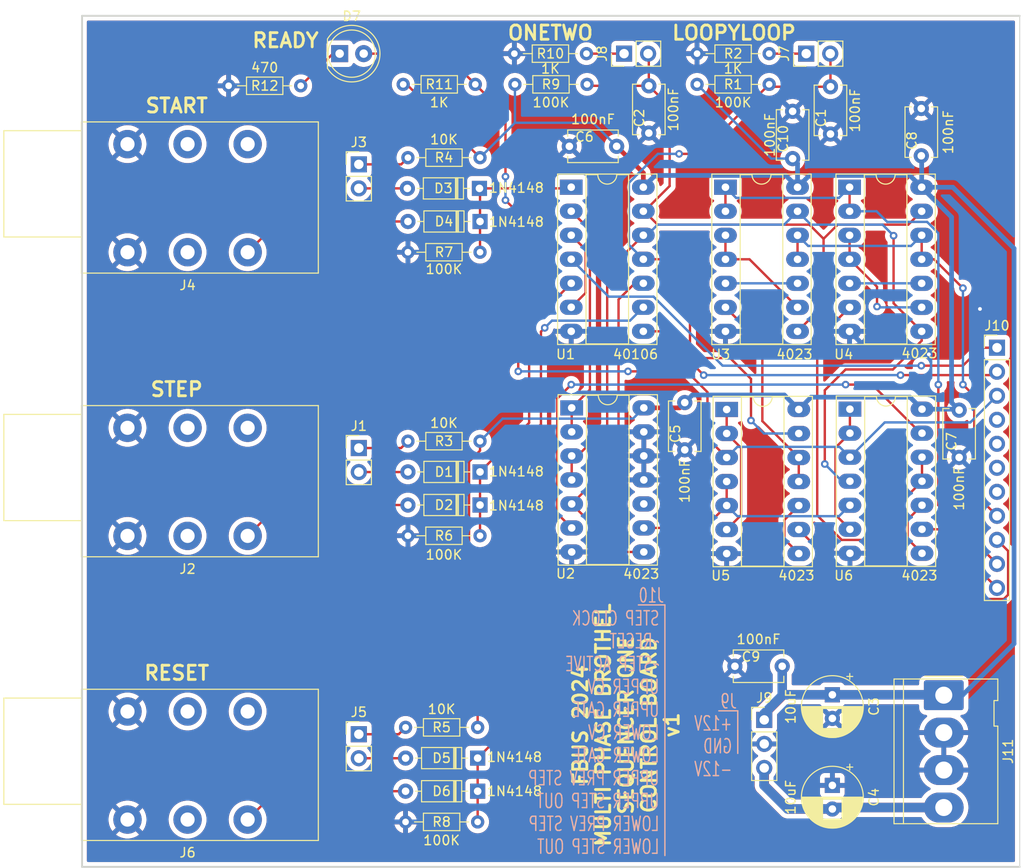
<source format=kicad_pcb>
(kicad_pcb (version 20211014) (generator pcbnew)
  (title_block (title "Sequence One - Control Board") (date "2024-01-18") (rev "v1") (company "Multi Phase Brothel"))
  (layers (0 "F.Cu" signal) (31 "B.Cu" signal) (34 "B.Paste" user) (35 "F.Paste" user) (36 "B.SilkS" user "B.Silkscreen") (37 "F.SilkS" user "F.Silkscreen") (38 "B.Mask" user) (39 "F.Mask" user) (44 "Edge.Cuts" user))
  (net 0 "")
  (net 1 "/LOOPYLOOP")
  (net 2 "GND")
  (net 3 "/ONETWO")
  (net 4 "+12V")
  (net 5 "-12V")
  (net 6 "Net-(D1-Pad1)")
  (net 7 "Net-(D1-Pad2)")
  (net 8 "Net-(D2-Pad2)")
  (net 9 "/START")
  (net 10 "Net-(D3-Pad2)")
  (net 11 "Net-(D4-Pad2)")
  (net 12 "/RESET")
  (net 13 "Net-(D5-Pad2)")
  (net 14 "Net-(D6-Pad2)")
  (net 15 "Net-(J1-Pad1)")
  (net 16 "Net-(J3-Pad1)")
  (net 17 "Net-(J5-Pad1)")
  (net 18 "Net-(J7-Pad1)")
  (net 19 "Net-(J8-Pad1)")
  (net 20 "STEP_CLK")
  (net 21 "~RESET")
  (net 22 "~STEP_ACTIVE")
  (net 23 "CV_U")
  (net 24 "GATE_U")
  (net 25 "CV_L")
  (net 26 "GATE_L")
  (net 27 "UPPER_PREV_STEP")
  (net 28 "UPPER_STEP_OUT")
  (net 29 "LOWER_PREV_STEP")
  (net 30 "LOWER_STEP_OUT")
  (net 31 "Net-(U1-Pad3)")
  (net 32 "/~START")
  (net 33 "/~LOOPYLOOP")
  (net 34 "/~ONETWO")
  (net 35 "/TOP2BOTTOM")
  (net 36 "/ATRIG")
  (net 38 "/PICKTOP")
  (net 39 "/PICKBOTTOM")
  (net 40 "Net-(U5-Pad1)")
  (net 41 "Net-(U5-Pad10)")
  (net 42 "Net-(U6-Pad1)")
  (net 43 "Net-(U6-Pad10)")
  (net 44 "Net-(U3-Pad3)")
  (net 45 "Net-(U3-Pad10)")
  (net 46 "Net-(U4-Pad3)")
  (net 47 "Net-(U4-Pad10)")
  (net 48 "Net-(D7-Pad1)")
  (footprint "Connector_PinHeader_2.54mm:PinHeader_1x11_P2.54mm_Vertical" (layer "F.Cu") (at 154.2 60.1)
    (fp_text reference "J10")
    (fp_text value "Signals")
  )
  (footprint "Connector_PinHeader_2.54mm:PinHeader_1x02_P2.54mm_Vertical" (layer "F.Cu") (at 86.75 100.975)
    (fp_text reference "J5")
    (fp_text value "Reset Button")
  )
  (footprint "Resistor_THT:R_Axial_DIN0204_L3.6mm_D1.6mm_P7.62mm_Horizontal" (layer "F.Cu") (at 80.61 32.4 180)
    (fp_text reference "R12")
    (fp_text value "470")
  )
  (footprint "Diode_THT:D_DO-35_SOD27_P7.62mm_Horizontal" (layer "F.Cu") (at 99.5 43.25 180)
    (fp_text reference "D3")
    (fp_text value "1N4148")
  )
  (footprint "Resistor_THT:R_Axial_DIN0204_L3.6mm_D1.6mm_P7.62mm_Horizontal" (layer "F.Cu") (at 99.56 69.985 180)
    (fp_text reference "R3")
    (fp_text value "10K")
  )
  (footprint "Resistor_THT:R_Axial_DIN0204_L3.6mm_D1.6mm_P7.62mm_Horizontal" (layer "F.Cu") (at 99.31 100.25 180)
    (fp_text reference "R5")
    (fp_text value "10K")
  )
  (footprint "Connector_PinHeader_2.54mm:PinHeader_1x02_P2.54mm_Vertical" (layer "F.Cu") (at 86.75 70.71)
    (fp_text reference "J1")
    (fp_text value "Step Button")
  )
  (footprint "Package_DIP:DIP-14_W7.62mm_Socket_LongPads" (layer "F.Cu") (at 138.62 43.13)
    (fp_text reference "U4")
    (fp_text value "4023")
  )
  (footprint "Resistor_THT:R_Axial_DIN0204_L3.6mm_D1.6mm_P7.62mm_Horizontal" (layer "F.Cu") (at 103.25 32.25)
    (fp_text reference "R9")
    (fp_text value "100K")
  )
  (footprint "Connector_PinHeader_2.54mm:PinHeader_1x02_P2.54mm_Vertical" (layer "F.Cu") (at 86.75 40.71)
    (fp_text reference "J3")
    (fp_text value "Start Button")
  )
  (footprint "Resistor_THT:R_Axial_DIN0204_L3.6mm_D1.6mm_P7.62mm_Horizontal" (layer "F.Cu") (at 99.56 50 180)
    (fp_text reference "R7")
    (fp_text value "100K")
  )
  (footprint "Connector_PinHeader_2.54mm:PinHeader_1x02_P2.54mm_Vertical" (layer "F.Cu") (at 134.035 29 90)
    (fp_text reference "J7")
    (fp_text value "Loop Switch")
  )
  (footprint "Capacitor_THT:CP_Radial_D6.3mm_P2.50mm" (layer "F.Cu") (at 136.8 96.802621 -90)
    (fp_text reference "C3")
    (fp_text value "10uF")
  )
  (footprint "Diode_THT:D_DO-35_SOD27_P7.62mm_Horizontal" (layer "F.Cu") (at 99.56 73.235 180)
    (fp_text reference "D1")
    (fp_text value "1N4148")
  )
  (footprint "Resistor_THT:R_Axial_DIN0204_L3.6mm_D1.6mm_P7.62mm_Horizontal" (layer "F.Cu") (at 110.81 29 180)
    (fp_text reference "R10")
    (fp_text value "1K")
  )
  (footprint "Connector_Audio:Jack_6.35mm_Neutrik_NRJ6HM-1-PRE_Horizontal" (layer "F.Cu") (at 75 80 180)
    (fp_text reference "J2")
    (fp_text value "Step Jack")
  )
  (footprint "Capacitor_THT:C_Disc_D5.1mm_W3.2mm_P5.00mm" (layer "F.Cu") (at 117.4 32.4 -90)
    (fp_text reference "C2")
    (fp_text value "100nF")
  )
  (footprint "Capacitor_THT:C_Disc_D5.1mm_W3.2mm_P5.00mm" (layer "F.Cu") (at 136.6 32.5 -90)
    (fp_text reference "C1")
    (fp_text value "100nF")
  )
  (footprint "Connector_Molex:Molex_KK-396_5273-04A_1x04_P3.96mm_Vertical" (layer "F.Cu") (at 148.575 96.845 -90)
    (fp_text reference "J11")
    (fp_text value "Power")
  )
  (footprint "Capacitor_THT:C_Disc_D5.1mm_W3.2mm_P5.00mm" (layer "F.Cu") (at 121.2 65.9 -90)
    (fp_text reference "C5")
    (fp_text value "100nF")
  )
  (footprint "Capacitor_THT:C_Disc_D5.1mm_W3.2mm_P5.00mm" (layer "F.Cu") (at 114 38.8 180)
    (fp_text reference "C6")
    (fp_text value "100nF")
  )
  (footprint "Resistor_THT:R_Axial_DIN0204_L3.6mm_D1.6mm_P7.62mm_Horizontal" (layer "F.Cu") (at 99.56 79.985 180)
    (fp_text reference "R6")
    (fp_text value "100K")
  )
  (footprint "Resistor_THT:R_Axial_DIN0204_L3.6mm_D1.6mm_P7.62mm_Horizontal" (layer "F.Cu") (at 91.44 32.25)
    (fp_text reference "R11")
    (fp_text value "1K")
  )
  (footprint "Resistor_THT:R_Axial_DIN0204_L3.6mm_D1.6mm_P7.62mm_Horizontal" (layer "F.Cu") (at 99.31 110.25 180)
    (fp_text reference "R8")
    (fp_text value "100K")
  )
  (footprint "Package_DIP:DIP-14_W7.62mm_Socket_LongPads" (layer "F.Cu") (at 125.5 43.13)
    (fp_text reference "U3")
    (fp_text value "4023")
  )
  (footprint "Package_DIP:DIP-14_W7.62mm_Socket_LongPads" (layer "F.Cu") (at 125.63 66.63)
    (fp_text reference "U5")
    (fp_text value "4023")
  )
  (footprint "Capacitor_THT:C_Disc_D5.1mm_W3.2mm_P5.00mm" (layer "F.Cu") (at 146.2 39.8 90)
    (fp_text reference "C8")
    (fp_text value "100nF")
  )
  (footprint "Connector_PinHeader_2.54mm:PinHeader_1x03_P2.54mm_Vertical" (layer "F.Cu") (at 129.6 99.46)
    (fp_text reference "J9")
    (fp_text value "Power to Steps")
  )
  (footprint "Capacitor_THT:C_Disc_D5.1mm_W3.2mm_P5.00mm" (layer "F.Cu") (at 131.5 93.785 180)
    (fp_text reference "C9")
    (fp_text value "100nF")
  )
  (footprint "LED_THT:LED_D5.0mm" (layer "F.Cu") (at 84.725 29)
    (fp_text reference "D7")
    (fp_text value "LED")
  )
  (footprint "Package_DIP:DIP-14_W7.62mm_Socket_LongPads" (layer "F.Cu") (at 109.2 43.125)
    (fp_text reference "U1")
    (fp_text value "40106")
  )
  (footprint "Capacitor_THT:CP_Radial_D6.3mm_P2.50mm" (layer "F.Cu") (at 136.8 106.385 -90)
    (fp_text reference "C4")
    (fp_text value "10uF")
  )
  (footprint "Package_DIP:DIP-14_W7.62mm_Socket_LongPads" (layer "F.Cu") (at 138.65452 66.6)
    (fp_text reference "U6")
    (fp_text value "4023")
  )
  (footprint "Connector_PinHeader_2.54mm:PinHeader_1x02_P2.54mm_Vertical" (layer "F.Cu") (at 114.785 29 90)
    (fp_text reference "J8")
    (fp_text value "OneTwo Switch")
  )
  (footprint "Diode_THT:D_DO-35_SOD27_P7.62mm_Horizontal" (layer "F.Cu") (at 99.56 46.75 180)
    (fp_text reference "D4")
    (fp_text value "1N4148")
  )
  (footprint "Diode_THT:D_DO-35_SOD27_P7.62mm_Horizontal" (layer "F.Cu") (at 99.31 103.5 180)
    (fp_text reference "D5")
    (fp_text value "1N4148")
  )
  (footprint "Connector_Audio:Jack_6.35mm_Neutrik_NRJ6HM-1-PRE_Horizontal" (layer "F.Cu") (at 75 50 180)
    (fp_text reference "J4")
    (fp_text value "Start Jack")
  )
  (footprint "Resistor_THT:R_Axial_DIN0204_L3.6mm_D1.6mm_P7.62mm_Horizontal" (layer "F.Cu") (at 99.56 40 180)
    (fp_text reference "R4")
    (fp_text value "10K")
  )
  (footprint "Resistor_THT:R_Axial_DIN0204_L3.6mm_D1.6mm_P7.62mm_Horizontal" (layer "F.Cu") (at 130.12 29 180)
    (fp_text reference "R2")
    (fp_text value "1K")
  )
  (footprint "Diode_THT:D_DO-35_SOD27_P7.62mm_Horizontal" (layer "F.Cu") (at 99.56 76.735 180)
    (fp_text reference "D2")
    (fp_text value "1N4148")
  )
  (footprint "Capacitor_THT:C_Disc_D5.1mm_W3.2mm_P5.00mm" (layer "F.Cu") (at 132.6 40.1 90)
    (fp_text reference "C10")
    (fp_text value "100nF")
  )
  (footprint "Resistor_THT:R_Axial_DIN0204_L3.6mm_D1.6mm_P7.62mm_Horizontal" (layer "F.Cu") (at 122.5 32.25)
    (fp_text reference "R1")
    (fp_text value "100K")
  )
  (footprint "Package_DIP:DIP-14_W7.62mm_Socket_LongPads" (layer "F.Cu") (at 109.25 66.46)
    (fp_text reference "U2")
    (fp_text value "4023")
  )
  (footprint "Capacitor_THT:C_Disc_D5.1mm_W3.2mm_P5.00mm" (layer "F.Cu") (at 150.2 66.7 -90)
    (fp_text reference "C7")
    (fp_text value "100nF")
  )
  (footprint "Diode_THT:D_DO-35_SOD27_P7.62mm_Horizontal" (layer "F.Cu") (at 99.31 107 180)
    (fp_text reference "D6")
    (fp_text value "1N4148")
  )
  (footprint "Connector_Audio:Jack_6.35mm_Neutrik_NRJ6HM-1-PRE_Horizontal" (layer "F.Cu") (at 75 110 180)
    (fp_text reference "J6")
    (fp_text value "Reset Jack")
  )
  (gr_line (start 119.1 87.3) (end 119.1 113.8) (layer "B.SilkS") (width 0.15))
  (gr_line (start 126.8 98.5) (end 126.8 103) (layer "B.SilkS") (width 0.15))
  (gr_line (start 119.1 87.3) (end 116.3 87.3) (layer "B.SilkS") (width 0.15))
  (gr_line (start 126.8 98.5) (end 124.8 98.5) (layer "B.SilkS") (width 0.15))
  (gr_line (start 57.5 25) (end 57.5 115) (layer "Edge.Cuts") (width 0.2))
  (gr_line (start 57.5 115) (end 156.6 115) (layer "Edge.Cuts") (width 0.2))
  (gr_line (start 156.6 115) (end 156.6 25) (layer "Edge.Cuts") (width 0.1))
  (gr_line (start 57.5 25) (end 156.6 25) (layer "Edge.Cuts") (width 0.2))
  (gr_text "FBUS 2024\nMULTI PHASE BROTHEL\nSEQUENCER ONE\nCONTROL BOARD\nv1" (at 115 100 90) (layer "F.Cu") (effects (font (size 1.5 1.5) (thickness 0.3))))
  (gr_text "+12V\nGND\n-12V" (at 126.3 102.25) (layer "B.SilkS") (effects (font (size 1.5 1)) (justify left mirror)))
  (gr_text "STEP CLOCK\n~RESET\n~STEP ACTIVE\nUPPER CV\nUPPER GATE\nLOWER CV\nLOWER GATE\nUPPER PREV STEP\nUPPER STEP OUT\nLOWER PREV STEP\nLOWER STEP OUT" (at 118.6 100.8) (layer "B.SilkS") (effects (font (size 1.5 1)) (justify left mirror)))
  (gr_text "J9" (at 126.8 97.5) (layer "B.SilkS") (effects (font (size 1.5 1)) (justify left mirror)))
  (gr_text "J10" (at 119.1 86.3) (layer "B.SilkS") (effects (font (size 1.5 1)) (justify left mirror)))
  (gr_text "FBUS 2024\nMULTI PHASE BROTHEL\nSEQUENCER ONE\nCONTROL BOARD\nv1" (at 115 100 90) (layer "F.SilkS") (effects (font (size 1.5 1.5) (thickness 0.3))))
  (gr_text "RESET" (at 67.5 94.5) (layer "F.SilkS") (effects (font (size 1.5 1.5) (thickness 0.3))))
  (gr_text "READY" (at 79 27.6) (layer "F.SilkS") (effects (font (size 1.5 1.5) (thickness 0.3))))
  (gr_text "LOOPYLOOP" (at 126.4 26.8) (layer "F.SilkS") (effects (font (size 1.5 1.5) (thickness 0.3))))
  (gr_text "ONETWO" (at 107 26.8) (layer "F.SilkS") (effects (font (size 1.5 1.5) (thickness 0.3))))
  (gr_text "START" (at 67.5 34.5) (layer "F.SilkS") (effects (font (size 1.5 1.5) (thickness 0.3))))
  (gr_text "STEP" (at 67.5 64.5) (layer "F.SilkS") (effects (font (size 1.5 1.5) (thickness 0.3))))
  (segment (start 128.2 63.4) (end 126 61.2) (width 0.25) (layer "F.Cu") (net 1))
  (segment (start 122.77 39.6) (end 130.12 32.25) (width 0.25) (layer "F.Cu") (net 1))
  (segment (start 120.6 39.6) (end 122.77 39.6) (width 0.25) (layer "F.Cu") (net 1))
  (segment (start 126 61.2) (end 122.95 61.2) (width 0.25) (layer "F.Cu") (net 1))
  (segment (start 128.2 67.8) (end 128.2 63.4) (width 0.25) (layer "F.Cu") (net 1))
  (segment (start 136.6 32.5) (end 130.37 32.5) (width 0.25) (layer "F.Cu") (net 1))
  (segment (start 122.95 61.2) (end 121.75 60) (width 0.25) (layer "F.Cu") (net 1))
  (segment (start 119.995 50.745) (end 116.82 50.745) (width 0.25) (layer "F.Cu") (net 1))
  (segment (start 136.6 29.025) (end 136.575 29) (width 0.25) (layer "F.Cu") (net 1))
  (segment (start 121.75 52.5) (end 119.995 50.745) (width 0.25) (layer "F.Cu") (net 1))
  (segment (start 130.37 32.5) (end 130.12 32.25) (width 0.25) (layer "F.Cu") (net 1))
  (segment (start 121.75 60) (end 121.75 52.5) (width 0.25) (layer "F.Cu") (net 1))
  (segment (start 136.6 32.5) (end 136.6 29.025) (width 0.25) (layer "F.Cu") (net 1))
  (via (at 120.6 39.6) (size 0.8) (drill 0.4) (layers "F.Cu" "B.Cu") (net 1))
  (via (at 128.2 67.8) (size 0.8) (drill 0.4) (layers "F.Cu" "B.Cu") (net 1))
  (segment (start 115.29548 49.22048) (end 116.82 50.745) (width 0.25) (layer "B.Cu") (net 1))
  (segment (start 118.354689 39.6) (end 115.29548 42.659209) (width 0.25) (layer "B.Cu") (net 1))
  (segment (start 129.57 69.17) (end 128.2 67.8) (width 0.25) (layer "B.Cu") (net 1))
  (segment (start 115.29548 42.659209) (end 115.29548 49.22048) (width 0.25) (layer "B.Cu") (net 1))
  (segment (start 120.6 39.6) (end 118.354689 39.6) (width 0.25) (layer "B.Cu") (net 1))
  (segment (start 133.25 69.17) (end 129.57 69.17) (width 0.25) (layer "B.Cu") (net 1))
  (segment (start 147 60.8) (end 147.6 60.8) (width 0.5) (layer "F.Cu") (net 2))
  (segment (start 147.6 60.8) (end 152.4 56) (width 0.5) (layer "F.Cu") (net 2))
  (via (at 147 60.8) (size 0.8) (drill 0.4) (layers "F.Cu" "B.Cu") (net 2))
  (via (at 152.4 56) (size 0.8) (drill 0.4) (layers "F.Cu" "B.Cu") (net 2))
  (segment (start 141.05 60.8) (end 141.6 60.8) (width 0.5) (layer "B.Cu") (net 2))
  (segment (start 138.62 58.37) (end 141.05 60.8) (width 0.5) (layer "B.Cu") (net 2))
  (segment (start 141.6 60.8) (end 147 60.8) (width 0.5) (layer "B.Cu") (net 2))
  (segment (start 133.12 58.37) (end 135.87 55.62) (width 0.25) (layer "F.Cu") (net 3))
  (segment (start 137.36452 47.08548) (end 144.82452 47.08548) (width 0.25) (layer "F.Cu") (net 3))
  (segment (start 119.6 43) (end 116.935 45.665) (width 0.25) (layer "F.Cu") (net 3))
  (segment (start 144.82452 47.08548) (end 146.24 45.67) (width 0.25) (layer "F.Cu") (net 3))
  (segment (start 116.935 45.665) (end 116.82 45.665) (width 0.25) (layer "F.Cu") (net 3))
  (segment (start 119.6 34.6) (end 119.6 43) (width 0.25) (layer "F.Cu") (net 3))
  (segment (start 135.87 48.58) (end 134.37548 47.08548) (width 0.25) (layer "F.Cu") (net 3))
  (segment (start 134.37548 47.08548) (end 118.33548 47.08548) (width 0.25) (layer "F.Cu") (net 3))
  (segment (start 117.4 32.4) (end 111.02 32.4) (width 0.25) (layer "F.Cu") (net 3))
  (segment (start 116.915 45.665) (end 116.82 45.665) (width 0.25) (layer "F.Cu") (net 3))
  (segment (start 117.4 32.4) (end 117.4 29.075) (width 0.25) (layer "F.Cu") (net 3))
  (segment (start 117.4 32.4) (end 119.6 34.6) (width 0.25) (layer "F.Cu") (net 3))
  (segment (start 111.02 32.4) (end 110.87 32.25) (width 0.25) (layer "F.Cu") (net 3))
  (segment (start 117.4 29.075) (end 117.325 29) (width 0.25) (layer "F.Cu") (net 3))
  (segment (start 135.87 55.62) (end 135.87 48.58) (width 0.25) (layer "F.Cu") (net 3))
  (segment (start 135.87 48.58) (end 137.36452 47.08548) (width 0.25) (layer "F.Cu") (net 3))
  (segment (start 118.33548 47.08548) (end 116.915 45.665) (width 0.25) (layer "F.Cu") (net 3))
  (segment (start 131.5 96.685) (end 131.5 93.785) (width 1) (layer "F.Cu") (net 4))
  (segment (start 91.81 32.25) (end 91.44 32.25) (width 0.25) (layer "F.Cu") (net 4))
  (segment (start 99.31 82.51) (end 98.4 81.6) (width 0.25) (layer "F.Cu") (net 4))
  (segment (start 148.575 96.845) (end 148.532621 96.802621) (width 1) (layer "F.Cu") (net 4))
  (segment (start 129.6 98.820242) (end 131.617621 96.802621) (width 1) (layer "F.Cu") (net 4))
  (segment (start 98.4 72.145978) (end 99.56 70.985978) (width 0.25) (layer "F.Cu") (net 4))
  (segment (start 148.532621 96.802621) (end 136.8 96.802621) (width 1) (layer "F.Cu") (net 4))
  (segment (start 116.87 66.46) (end 120.64 66.46) (width 0.5) (layer "F.Cu") (net 4))
  (segment (start 99.31 100.25) (end 99.31 82.51) (width 0.25) (layer "F.Cu") (net 4))
  (segment (start 99.56 70.985978) (end 99.56 69.985) (width 0.25) (layer "F.Cu") (net 4))
  (segment (start 129.6 99.46) (end 129.6 98.820242) (width 1) (layer "F.Cu") (net 4))
  (segment (start 120.64 66.46) (end 121.2 65.9) (width 0.5) (layer "F.Cu") (net 4))
  (segment (start 98.4 81.6) (end 98.4 72.145978) (width 0.25) (layer "F.Cu") (net 4))
  (segment (start 99.56 40) (end 91.81 32.25) (width 0.25) (layer "F.Cu") (net 4))
  (segment (start 136.8 96.802621) (end 131.617621 96.802621) (width 1) (layer "F.Cu") (net 4))
  (segment (start 131.617621 96.802621) (end 131.5 96.685) (width 1) (layer "F.Cu") (net 4))
  (segment (start 116.82 41.62) (end 114 38.8) (width 0.5) (layer "F.Cu") (net 4))
  (segment (start 116.82 43.125) (end 116.82 41.62) (width 0.5) (layer "F.Cu") (net 4))
  (segment (start 144.990489 41.880489) (end 146.24 43.13) (width 0.5) (layer "B.Cu") (net 4))
  (segment (start 133.25 66.63) (end 134.55 65.33) (width 0.5) (layer "B.Cu") (net 4))
  (segment (start 149.53 43.13) (end 156 49.6) (width 0.5) (layer "B.Cu") (net 4))
  (segment (start 150.555 96.845) (end 148.575 96.845) (width 0.5) (layer "B.Cu") (net 4))
  (segment (start 149.400001 46.290001) (end 146.24 43.13) (width 0.5) (layer "B.Cu") (net 4))
  (segment (start 146.24 43.13) (end 149.53 43.13) (width 0.5) (layer "B.Cu") (net 4))
  (segment (start 99.56 40) (end 103.25 36.31) (width 0.25) (layer "B.Cu") (net 4))
  (segment (start 115.73 67.6) (end 116.87 66.46) (width 0.25) (layer "B.Cu") (net 4))
  (segment (start 131.5 96.685) (end 131.6 96.785) (width 1) (layer "B.Cu") (net 4))
  (segment (start 150.1 66.6) (end 150.2 66.7) (width 0.5) (layer "B.Cu") (net 4))
  (segment (start 146.27452 66.6) (end 150.1 66.6) (width 0.5) (layer "B.Cu") (net 4))
  (segment (start 129.6 98.785) (end 131.6 96.785) (width 1) (layer "B.Cu") (net 4))
  (segment (start 150.2 66.7) (end 149.400001 65.900001) (width 0.5) (layer "B.Cu") (net 4))
  (segment (start 101.945 67.6) (end 115.73 67.6) (width 0.25) (layer "B.Cu") (net 4))
  (segment (start 134.55 65.33) (end 145.00452 65.33) (width 0.5) (layer "B.Cu") (net 4))
  (segment (start 131.617621 96.802621) (end 136.8 96.802621) (width 1) (layer "B.Cu") (net 4))
  (segment (start 99.56 69.985) (end 101.945 67.6) (width 0.25) (layer "B.Cu") (net 4))
  (segment (start 132.6 40.1) (end 130.35 40.1) (width 0.25) (layer "B.Cu") (net 4))
  (segment (start 149.400001 65.900001) (end 149.400001 46.290001) (width 0.5) (layer "B.Cu") (net 4))
  (segment (start 131.6 96.785) (end 131.617621 96.802621) (width 1) (layer "B.Cu") (net 4))
  (segment (start 133.12 40.62) (end 132.6 40.1) (width 0.5) (layer "B.Cu") (net 4))
  (segment (start 131.870489 41.880489) (end 118.064511 41.880489) (width 0.5) (layer "B.Cu") (net 4))
  (segment (start 111.51 36.31) (end 103.25 36.31) (width 0.25) (layer "B.Cu") (net 4))
  (segment (start 131.5 93.785) (end 131.5 96.685) (width 1) (layer "B.Cu") (net 4))
  (segment (start 146.24 39.84) (end 146.2 39.8) (width 0.5) (layer "B.Cu") (net 4))
  (segment (start 131.720001 65.100001) (end 133.25 66.63) (width 0.5) (layer "B.Cu") (net 4))
  (segment (start 156 91.4) (end 150.555 96.845) (width 0.5) (layer "B.Cu") (net 4))
  (segment (start 156 49.6) (end 156 91.4) (width 0.5) (layer "B.Cu") (net 4))
  (segment (start 148.532621 96.802621) (end 136.8 96.802621) (width 1) (layer "B.Cu") (net 4))
  (segment (start 121.999999 65.100001) (end 131.720001 65.100001) (width 0.5) (layer "B.Cu") (net 4))
  (segment (start 133.12 43.13) (end 134.369511 41.880489) (width 0.5) (layer "B.Cu") (net 4))
  (segment (start 129.6 99.46) (end 129.6 98.785) (width 1) (layer "B.Cu") (net 4))
  (segment (start 114 38.8) (end 111.51 36.31) (width 0.25) (layer "B.Cu") (net 4))
  (segment (start 134.369511 41.880489) (end 144.990489 41.880489) (width 0.5) (layer "B.Cu") (net 4))
  (segment (start 133.12 43.13) (end 131.870489 41.880489) (width 0.5) (layer "B.Cu") (net 4))
  (segment (start 118.064511 41.880489) (end 116.82 43.125) (width 0.5) (layer "B.Cu") (net 4))
  (segment (start 146.24 43.13) (end 146.24 39.84) (width 0.5) (layer "B.Cu") (net 4))
  (segment (start 133.12 43.13) (end 133.12 40.62) (width 0.5) (layer "B.Cu") (net 4))
  (segment (start 103.25 36.31) (end 103.25 32.25) (width 0.25) (layer "B.Cu") (net 4))
  (segment (start 121.2 65.9) (end 121.999999 65.100001) (width 0.5) (layer "B.Cu") (net 4))
  (segment (start 145.00452 65.33) (end 146.27452 66.6) (width 0.5) (layer "B.Cu") (net 4))
  (segment (start 130.35 40.1) (end 122.5 32.25) (width 0.25) (layer "B.Cu") (net 4))
  (segment (start 136.96 108.725) (end 136.8 108.885) (width 1) (layer "F.Cu") (net 5))
  (segment (start 132.1 108.885) (end 129.6 106.385) (width 1) (layer "F.Cu") (net 5))
  (segment (start 129.6 106.385) (end 129.6 104.54) (width 1) (layer "F.Cu") (net 5))
  (segment (start 136.8 108.885) (end 132.1 108.885) (width 1) (layer "F.Cu") (net 5))
  (segment (start 148.575 108.725) (end 136.96 108.725) (width 1) (layer "F.Cu") (net 5))
  (segment (start 136.773376 108.874708) (end 132.073376 108.874708) (width 1) (layer "B.Cu") (net 5))
  (segment (start 148.575 108.725) (end 136.96 108.725) (width 1) (layer "B.Cu") (net 5))
  (segment (start 132.073376 108.874708) (end 129.573376 106.374708) (width 1) (layer "B.Cu") (net 5))
  (segment (start 129.573376 106.374708) (end 129.573376 104.529708) (width 1) (layer "B.Cu") (net 5))
  (segment (start 109.2 53.285) (end 104.75 57.735) (width 0.25) (layer "F.Cu") (net 6))
  (segment (start 99.56 73.235) (end 104.75 68.045) (width 0.25) (layer "F.Cu") (net 6))
  (segment (start 99.56 79.985) (end 99.56 76.735) (width 0.25) (layer "F.Cu") (net 6))
  (segment (start 104.75 68.045) (end 104.75 58.75) (width 0.25) (layer "F.Cu") (net 6))
  (segment (start 104.75 57.735) (end 104.75 58.75) (width 0.25) (layer "F.Cu") (net 6))
  (segment (start 99.56 76.735) (end 99.56 73.235) (width 0.25) (layer "F.Cu") (net 6))
  (segment (start 91.925 73.25) (end 91.94 73.235) (width 0.25) (layer "F.Cu") (net 7))
  (segment (start 86.75 73.25) (end 91.925 73.25) (width 0.25) (layer "F.Cu") (net 7))
  (segment (start 78.25 76.75) (end 79.75 76.75) (width 0.25) (layer "F.Cu") (net 8))
  (segment (start 79.765 76.735) (end 91.94 76.735) (width 0.25) (layer "F.Cu") (net 8))
  (segment (start 75 80) (end 78.25 76.75) (width 0.25) (layer "F.Cu") (net 8))
  (segment (start 79.75 76.75) (end 79.765 76.735) (width 0.25) (layer "F.Cu") (net 8))
  (segment (start 99.56 50) (end 99.56 46.75) (width 0.25) (layer "F.Cu") (net 9))
  (segment (start 109.075 43.25) (end 109.2 43.125) (width 0.25) (layer "F.Cu") (net 9))
  (segment (start 99.5 43.25) (end 109.075 43.25) (width 0.25) (layer "F.Cu") (net 9))
  (segment (start 99.56 46.75) (end 99.56 43.31) (width 0.25) (layer "F.Cu") (net 9))
  (segment (start 99.56 43.31) (end 99.5 43.25) (width 0.25) (layer "F.Cu") (net 9))
  (segment (start 86.75 43.25) (end 91.88 43.25) (width 0.25) (layer "F.Cu") (net 10))
  (segment (start 78.25 46.75) (end 91.94 46.75) (width 0.25) (layer "F.Cu") (net 11))
  (segment (start 75 50) (end 78.25 46.75) (width 0.25) (layer "F.Cu") (net 11))
  (segment (start 99.31 110.25) (end 99.31 107) (width 0.25) (layer "F.Cu") (net 12))
  (segment (start 101.8 72.4) (end 106 68.2) (width 0.25) (layer "F.Cu") (net 12))
  (segment (start 99.31 103.5) (end 99.31 107) (width 0.25) (layer "F.Cu") (net 12))
  (segment (start 101.8 101.01) (end 101.8 72.4) (width 0.25) (layer "F.Cu") (net 12))
  (segment (start 99.31 103.5) (end 101.8 101.01) (width 0.25) (layer "F.Cu") (net 12))
  (segment (start 106 68.2) (end 106 58.4) (width 0.25) (layer "F.Cu") (net 12))
  (segment (start 106 58.4) (end 106.4 58) (width 0.25) (layer "F.Cu") (net 12))
  (via (at 106.4 58) (size 0.8) (drill 0.4) (layers "F.Cu" "B.Cu") (net 12))
  (segment (start 115.40452 57.24048) (end 107.15952 57.24048) (width 0.25) (layer "B.Cu") (net 12))
  (segment (start 107.15952 57.24048) (end 106.4 58) (width 0.25) (layer "B.Cu") (net 12))
  (segment (start 116.82 55.825) (end 115.40452 57.24048) (width 0.25) (layer "B.Cu") (net 12))
  (segment (start 86.75 103.515) (end 91.675 103.515) (width 0.25) (layer "F.Cu") (net 13))
  (segment (start 91.675 103.515) (end 91.69 103.5) (width 0.25) (layer "F.Cu") (net 13))
  (segment (start 75 110) (end 78 107) (width 0.25) (layer "F.Cu") (net 14))
  (segment (start 78 107) (end 91.69 107) (width 0.25) (layer "F.Cu") (net 14))
  (segment (start 86.75 70.71) (end 91.215 70.71) (width 0.25) (layer "F.Cu") (net 15))
  (segment (start 91.215 70.71) (end 91.94 69.985) (width 0.25) (layer "F.Cu") (net 15))
  (segment (start 86.75 40.71) (end 91.23 40.71) (width 0.25) (layer "F.Cu") (net 16))
  (segment (start 91.23 40.71) (end 91.94 40) (width 0.25) (layer "F.Cu") (net 16))
  (segment (start 90.965 100.975) (end 91.69 100.25) (width 0.25) (layer "F.Cu") (net 17))
  (segment (start 86.75 100.975) (end 90.965 100.975) (width 0.25) (layer "F.Cu") (net 17))
  (segment (start 130.12 29) (end 134.035 29) (width 0.25) (layer "F.Cu") (net 18))
  (segment (start 110.81 29) (end 114.785 29) (width 0.25) (layer "F.Cu") (net 19))
  (segment (start 146.2 62) (end 150.6 62) (width 0.25) (layer "F.Cu") (net 20))
  (segment (start 150.6 62) (end 152.5 60.1) (width 0.25) (layer "F.Cu") (net 20))
  (segment (start 152.5 60.1) (end 154.2 60.1) (width 0.25) (layer "F.Cu") (net 20))
  (via (at 146.2 62) (size 0.8) (drill 0.4) (layers "F.Cu" "B.Cu") (net 20))
  (segment (start 109.2 50.745) (end 113.15548 54.70048) (width 0.25) (layer "B.Cu") (net 20))
  (segment (start 125 61.8) (end 125.2 62) (width 0.25) (layer "B.Cu") (net 20))
  (segment (start 117.90048 54.70048) (end 125 61.8) (width 0.25) (layer "B.Cu") (net 20))
  (segment (start 113.15548 54.70048) (end 117.90048 54.70048) (width 0.25) (layer "B.Cu") (net 20))
  (segment (start 125.2 62) (end 146.2 62) (width 0.25) (layer "B.Cu") (net 20))
  (segment (start 119.5 59.25) (end 119.5 59.3) (width 0.25) (layer "F.Cu") (net 21))
  (segment (start 116.82 58.365) (end 118.615 58.365) (width 0.25) (layer "F.Cu") (net 21))
  (segment (start 153.84 63) (end 154.2 62.64) (width 0.25) (layer "F.Cu") (net 21))
  (segment (start 118.615 58.365) (end 119.5 59.25) (width 0.25) (layer "F.Cu") (net 21))
  (segment (start 119.5 59.3) (end 123.2 63) (width 0.25) (layer "F.Cu") (net 21))
  (segment (start 144 63) (end 153.84 63) (width 0.25) (layer "F.Cu") (net 21))
  (via (at 144 63) (size 0.8) (drill 0.4) (layers "F.Cu" "B.Cu") (net 21))
  (via (at 123.2 63) (size 0.8) (drill 0.4) (layers "F.Cu" "B.Cu") (net 21))
  (segment (start 123.2 63) (end 144 63) (width 0.25) (layer "B.Cu") (net 21))
  (segment (start 103.6 45.85) (end 102.25 44.5) (width 0.25) (layer "F.Cu") (net 22))
  (segment (start 102.25 35.44) (end 99.06 32.25) (width 0.25) (layer "F.Cu") (net 22))
  (segment (start 103.6 62.6) (end 103.6 45.85) (width 0.25) (layer "F.Cu") (net 22))
  (segment (start 102.25 42) (end 102.25 35.44) (width 0.25) (layer "F.Cu") (net 22))
  (segment (start 123.6 64.8) (end 123.6 69.68) (width 0.25) (layer "F.Cu") (net 22))
  (segment (start 99.06 32.25) (end 95.81 29) (width 0.25) (layer "F.Cu") (net 22))
  (segment (start 115.2 62.6) (end 121.4 62.6) (width 0.25) (layer "F.Cu") (net 22))
  (segment (start 121.4 62.6) (end 123.6 64.8) (width 0.25) (layer "F.Cu") (net 22))
  (segment (start 95.81 29) (end 87.265 29) (width 0.25) (layer "F.Cu") (net 22))
  (segment (start 123.6 69.68) (end 125.63 71.71) (width 0.25) (layer "F.Cu") (net 22))
  (via (at 102.25 42) (size 0.8) (drill 0.4) (layers "F.Cu" "B.Cu") (net 22))
  (via (at 115.2 62.6) (size 0.8) (drill 0.4) (layers "F.Cu" "B.Cu") (net 22))
  (via (at 103.6 62.6) (size 0.8) (drill 0.4) (layers "F.Cu" "B.Cu") (net 22))
  (via (at 102.25 44.5) (size 0.8) (drill 0.4) (layers "F.Cu" "B.Cu") (net 22))
  (segment (start 142.33452 68) (end 151.38 68) (width 0.25) (layer "B.Cu") (net 22))
  (segment (start 115.2 62.6) (end 103.6 62.6) (width 0.25) (layer "B.Cu") (net 22))
  (segment (start 151.38 68) (end 154.2 65.18) (width 0.25) (layer "B.Cu") (net 22))
  (segment (start 126.75452 70.58548) (end 137.56 70.58548) (width 0.25) (layer "B.Cu") (net 22))
  (segment (start 102.25 44.5) (end 102.25 42) (width 0.25) (layer "B.Cu") (net 22))
  (segment (start 125.63 71.71) (end 126.75452 70.58548) (width 0.25) (layer "B.Cu") (net 22))
  (segment (start 137.56 70.58548) (end 138.65452 71.68) (width 0.25) (layer "B.Cu") (net 22))
  (segment (start 138.65452 71.68) (end 142.33452 68) (width 0.25) (layer "B.Cu") (net 22))
  (segment (start 151.8 75.48) (end 151.8 65.2) (width 0.25) (layer "F.Cu") (net 27))
  (segment (start 150.6 53.8) (end 147.55 50.75) (width 0.25) (layer "F.Cu") (net 27))
  (segment (start 146.24 50.75) (end 146.24 48.21) (width 0.25) (layer "F.Cu") (net 27))
  (segment (start 133.12 50.75) (end 133.12 48.21) (width 0.25) (layer "F.Cu") (net 27))
  (segment (start 154.2 77.88) (end 151.8 75.48) (width 0.25) (layer "F.Cu") (net 27))
  (segment (start 151.8 65.2) (end 150.6 64) (width 0.25) (layer "F.Cu") (net 27))
  (segment (start 147.55 50.75) (end 146.24 50.75) (width 0.25) (layer "F.Cu") (net 27))
  (via (at 150.6 53.8) (size 0.8) (drill 0.4) (layers "F.Cu" "B.Cu") (net 27))
  (via (at 150.6 64) (size 0.8) (drill 0.4) (layers "F.Cu" "B.Cu") (net 27))
  (segment (start 150.6 64) (end 150.6 53.8) (width 0.25) (layer "B.Cu") (net 27))
  (segment (start 133.12 48.21) (end 134.24452 49.33452) (width 0.25) (layer "B.Cu") (net 27))
  (segment (start 134.24452 49.33452) (end 145.11548 49.33452) (width 0.25) (layer "B.Cu") (net 27))
  (segment (start 145.11548 49.33452) (end 146.24 48.21) (width 0.25) (layer "B.Cu") (net 27))
  (segment (start 155.374511 86.225489) (end 155.374511 81.594511) (width 0.25) (layer "F.Cu") (net 28))
  (segment (start 133.25 79.33) (end 140.594511 86.674511) (width 0.25) (layer "F.Cu") (net 28))
  (segment (start 154.925489 86.674511) (end 155.374511 86.225489) (width 0.25) (layer "F.Cu") (net 28))
  (segment (start 155.374511 81.594511) (end 154.2 80.42) (width 0.25) (layer "F.Cu") (net 28))
  (segment (start 140.594511 86.674511) (end 154.925489 86.674511) (width 0.25) (layer "F.Cu") (net 28))
  (segment (start 138.62 45.67) (end 138.62 43.13) (width 0.25) (layer "F.Cu") (net 29))
  (segment (start 154.2 82.96) (end 148 76.76) (width 0.25) (layer "F.Cu") (net 29))
  (segment (start 125.5 45.67) (end 125.5 43.13) (width 0.25) (layer "F.Cu") (net 29))
  (segment (start 148 76.76) (end 148 64) (width 0.25) (layer "F.Cu") (net 29))
  (via (at 148 64) (size 0.8) (drill 0.4) (layers "F.Cu" "B.Cu") (net 29))
  (segment (start 142.59452 46.79452) (end 141.47 45.67) (width 0.25) (layer "B.Cu") (net 29))
  (segment (start 137.49548 44.25452) (end 138.62 43.13) (width 0.25) (layer "B.Cu") (net 29))
  (segment (start 148 47.979689) (end 146.814831 46.79452) (width 0.25) (layer "B.Cu") (net 29))
  (segment (start 126.62452 44.25452) (end 137.49548 44.25452) (width 0.25) (layer "B.Cu") (net 29))
  (segment (start 146.814831 46.79452) (end 142.59452 46.79452) (width 0.25) (layer "B.Cu") (net 29))
  (segment (start 141.47 45.67) (end 138.62 45.67) (width 0.25) (layer "B.Cu") (net 29))
  (segment (start 125.5 43.13) (end 126.62452 44.25452) (width 0.25) (layer "B.Cu") (net 29))
  (segment (start 148 64) (end 148 47.979689) (width 0.25) (layer "B.Cu") (net 29))
  (segment (start 146.27452 79.3) (end 148 79.3) (width 0.25) (layer "F.Cu") (net 30))
  (segment (start 148 79.3) (end 154.2 85.5) (width 0.25) (layer "F.Cu") (net 30))
  (segment (start 109.2 55.825) (end 110.72452 54.30048) (width 0.25) (layer "F.Cu") (net 31))
  (segment (start 110.72452 49.72952) (end 109.2 48.205) (width 0.25) (layer "F.Cu") (net 31))
  (segment (start 110.72452 54.30048) (end 110.72452 49.72952) (width 0.25) (layer "F.Cu") (net 31))
  (segment (start 111.17404 64.53596) (end 109.25 66.46) (width 0.25) (layer "F.Cu") (net 32))
  (segment (start 109.25 66.46) (end 109.25 69) (width 0.25) (layer "F.Cu") (net 32))
  (segment (start 109.2 45.665) (end 111.17404 47.63904) (width 0.25) (layer "F.Cu") (net 32))
  (segment (start 111.17404 47.63904) (end 111.17404 64.53596) (width 0.25) (layer "F.Cu") (net 32))
  (segment (start 115.915 53.285) (end 116.82 53.285) (width 0.25) (layer "F.Cu") (net 33))
  (segment (start 114.2 55) (end 115.915 53.285) (width 0.25) (layer "F.Cu") (net 33))
  (segment (start 116.87 81.7) (end 114.33 81.7) (width 0.25) (layer "F.Cu") (net 33))
  (segment (start 114.2 71.67) (end 114.2 55) (width 0.25) (layer "F.Cu") (net 33))
  (segment (start 114.33 81.7) (end 109.25 76.62) (width 0.25) (layer "F.Cu") (net 33))
  (segment (start 109.25 76.62) (end 114.2 71.67) (width 0.25) (layer "F.Cu") (net 33))
  (segment (start 136 64.6) (end 138.2 62.4) (width 0.25) (layer "F.Cu") (net 34))
  (segment (start 109.25 71.54) (end 109.25 74.08) (width 0.25) (layer "F.Cu") (net 34))
  (segment (start 138.2 62.4) (end 143.2 62.4) (width 0.25) (layer "F.Cu") (net 34))
  (segment (start 136 72.4) (end 136 64.6) (width 0.25) (layer "F.Cu") (net 34))
  (segment (start 109.25 71.54) (end 109.86 71.54) (width 0.25) (layer "F.Cu") (net 34))
  (segment (start 113 68.4) (end 113 52.025) (width 0.25) (layer "F.Cu") (net 34))
  (segment (start 146.24 59.36) (end 146.24 58.37) (width 0.25) (layer "F.Cu") (net 34))
  (segment (start 143.27 55.4) (end 146.24 58.37) (width 0.25) (layer "F.Cu") (net 34))
  (segment (start 143.27 48.25) (end 143.27 55.4) (width 0.25) (layer "F.Cu") (net 34))
  (segment (start 113 52.025) (end 116.82 48.205) (width 0.25) (layer "F.Cu") (net 34))
  (segment (start 109.86 71.54) (end 113 68.4) (width 0.25) (layer "F.Cu") (net 34))
  (segment (start 143.2 62.4) (end 146.24 59.36) (width 0.25) (layer "F.Cu") (net 34))
  (via (at 143.27 48.25) (size 0.8) (drill 0.4) (layers "F.Cu" "B.Cu") (net 34))
  (via (at 136 72.4) (size 0.8) (drill 0.4) (layers "F.Cu" "B.Cu") (net 34))
  (segment (start 131.70452 47.08548) (end 118.33548 47.08548) (width 0.25) (layer "B.Cu") (net 34))
  (segment (start 137.82 74.22) (end 136 72.4) (width 0.25) (layer "B.Cu") (net 34))
  (segment (start 134.53548 47.08548) (end 142.10548 47.08548) (width 0.25) (layer "B.Cu") (net 34))
  (segment (start 133.12 45.67) (end 134.53548 47.08548) (width 0.25) (layer "B.Cu") (net 34))
  (segment (start 138.65452 74.22) (end 137.82 74.22) (width 0.25) (layer "B.Cu") (net 34))
  (segment (start 133.12 45.67) (end 131.70452 47.08548) (width 0.25) (layer "B.Cu") (net 34))
  (segment (start 117.21596 48.205) (end 116.82 48.205) (width 0.25) (layer "B.Cu") (net 34))
  (segment (start 118.33548 47.08548) (end 117.21596 48.205) (width 0.25) (layer "B.Cu") (net 34))
  (segment (start 142.10548 47.08548) (end 143.27 48.25) (width 0.25) (layer "B.Cu") (net 34))
  (segment (start 107.72548 77.63548) (end 109.25 79.16) (width 0.25) (layer "F.Cu") (net 35))
  (segment (start 109.2 64) (end 107.72548 65.47452) (width 0.25) (layer "F.Cu") (net 35))
  (segment (start 146.27452 69.14) (end 146.14 69.14) (width 0.25) (layer "F.Cu") (net 35))
  (segment (start 107.72548 65.47452) (end 107.72548 77.63548) (width 0.25) (layer "F.Cu") (net 35))
  (segment (start 146.14 69.14) (end 141 64) (width 0.25) (layer "F.Cu") (net 35))
  (segment (start 141 64) (end 138.2 64) (width 0.25) (layer "F.Cu") (net 35))
  (via (at 109.2 64) (size 0.8) (drill 0.4) (layers "F.Cu" "B.Cu") (net 35))
  (via (at 138.2 64) (size 0.8) (drill 0.4) (layers "F.Cu" "B.Cu") (net 35))
  (segment (start 138.2 64) (end 109.2 64) (width 0.25) (layer "B.Cu") (net 35))
  (segment (start 123.26 79.16) (end 125.63 76.79) (width 0.25) (layer "F.Cu") (net 36))
  (segment (start 125.63 76.79) (end 125.63 74.25) (width 0.25) (layer "F.Cu") (net 36))
  (segment (start 116.87 79.16) (end 123.26 79.16) (width 0.25) (layer "F.Cu") (net 36))
  (segment (start 137.5 77.91452) (end 138.65452 76.76) (width 0.25) (layer "B.Cu") (net 36))
  (segment (start 125.63 76.79) (end 126.75452 77.91452) (width 0.25) (layer "B.Cu") (net 36))
  (segment (start 126.75452 77.91452) (end 137.5 77.91452) (width 0.25) (layer "B.Cu") (net 36))
  (segment (start 133.25 71.71) (end 133.25 74.25) (width 0.25) (layer "F.Cu") (net 38))
  (segment (start 129.4 67.86) (end 129.4 59.73) (width 0.25) (layer "F.Cu") (net 38))
  (segment (start 133.25 71.71) (end 129.4 67.86) (width 0.25) (layer "F.Cu") (net 38))
  (segment (start 129.4 59.73) (end 125.5 55.83) (width 0.25) (layer "F.Cu") (net 38))
  (segment (start 138.62 55.83) (end 135.2 59.25) (width 0.25) (layer "F.Cu") (net 39))
  (segment (start 140.07 80.42452) (end 146.27452 74.22) (width 0.25) (layer "F.Cu") (net 39))
  (segment (start 135.2 59.25) (end 135.2 77.835791) (width 0.25) (layer "F.Cu") (net 39))
  (segment (start 146.27452 71.68) (end 146.27452 74.22) (width 0.25) (layer "F.Cu") (net 39))
  (segment (start 135.2 77.835791) (end 137.788729 80.42452) (width 0.25) (layer "F.Cu") (net 39))
  (segment (start 137.788729 80.42452) (end 140.07 80.42452) (width 0.25) (layer "F.Cu") (net 39))
  (segment (start 127.15452 77.80548) (end 125.63 79.33) (width 0.25) (layer "F.Cu") (net 40))
  (segment (start 125.63 66.63) (end 125.63 69.17) (width 0.25) (layer "F.Cu") (net 40))
  (segment (start 127.15452 70.69452) (end 127.15452 77.80548) (width 0.25) (layer "F.Cu") (net 40))
  (segment (start 125.63 69.17) (end 127.15452 70.69452) (width 0.25) (layer "F.Cu") (net 40))
  (segment (start 131.72548 78.31452) (end 133.25 76.79) (width 0.25) (layer "F.Cu") (net 41))
  (segment (start 133.25 81.87) (end 131.72548 80.34548) (width 0.25) (layer "F.Cu") (net 41))
  (segment (start 131.72548 80.34548) (end 131.72548 78.31452) (width 0.25) (layer "F.Cu") (net 41))
  (segment (start 137.13 77.77548) (end 138.65452 79.3) (width 0.25) (layer "F.Cu") (net 42))
  (segment (start 137.13 70.66452) (end 137.13 77.77548) (width 0.25) (layer "F.Cu") (net 42))
  (segment (start 138.65452 66.6) (end 138.65452 69.14) (width 0.25) (layer "F.Cu") (net 42))
  (segment (start 138.65452 69.14) (end 137.13 70.66452) (width 0.25) (layer "F.Cu") (net 42))
  (segment (start 146.27452 76.76) (end 144.75 78.28452) (width 0.25) (layer "F.Cu") (net 43))
  (segment (start 144.75 80.31548) (end 146.27452 81.84) (width 0.25) (layer "F.Cu") (net 43))
  (segment (start 144.75 78.28452) (end 144.75 80.31548) (width 0.25) (layer "F.Cu") (net 43))
  (segment (start 125.5 50.75) (end 128.04 50.75) (width 0.25) (layer "F.Cu") (net 44))
  (segment (start 128.04 50.75) (end 133.12 55.83) (width 0.25) (layer "F.Cu") (net 44))
  (segment (start 125.5 50.75) (end 125.5 48.21) (width 0.25) (layer "F.Cu") (net 44))
  (segment (start 125.5 53.29) (end 133.12 53.29) (width 0.25) (layer "B.Cu") (net 45))
  (segment (start 138.62 50.75) (end 138.62 48.21) (width 0.25) (layer "F.Cu") (net 46))
  (segment (start 141.52 53.65) (end 141.52 55.75) (width 0.25) (layer "F.Cu") (net 46))
  (segment (start 138.62 50.75) (end 141.52 53.65) (width 0.25) (layer "F.Cu") (net 46))
  (via (at 141.52 55.75) (size 0.8) (drill 0.4) (layers "F.Cu" "B.Cu") (net 46))
  (segment (start 141.52 55.75) (end 141.6 55.83) (width 0.25) (layer "B.Cu") (net 46))
  (segment (start 141.6 55.83) (end 146.24 55.83) (width 0.25) (layer "B.Cu") (net 46))
  (segment (start 138.62 53.29) (end 146.24 53.29) (width 0.25) (layer "B.Cu") (net 47))
  (segment (start 80.61 32.4) (end 84.01 29) (width 0.25) (layer "F.Cu") (net 48))
  (segment (start 84.01 29) (end 84.725 29) (width 0.25) (layer "F.Cu") (net 48))
  (zone (net 2) (net_name "GND") (layers F&B.Cu) (connect_pads (clearance 0.508)) (min_thickness 0.254) (fill yes (thermal_gap 0.508) (thermal_bridge_width 0.508))
    (polygon (pts (xy 156.6 115) (xy 57.6 115) (xy 57.6 25) (xy 156.6 25)))
  )
)
</source>
